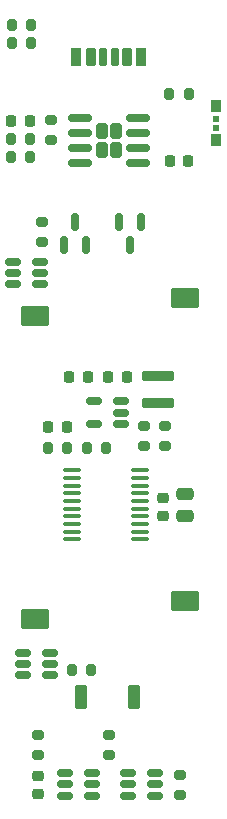
<source format=gbr>
%TF.GenerationSoftware,KiCad,Pcbnew,9.0.7*%
%TF.CreationDate,2026-02-15T22:37:45-05:00*%
%TF.ProjectId,Photon,50686f74-6f6e-42e6-9b69-6361645f7063,1.4*%
%TF.SameCoordinates,Original*%
%TF.FileFunction,Paste,Top*%
%TF.FilePolarity,Positive*%
%FSLAX46Y46*%
G04 Gerber Fmt 4.6, Leading zero omitted, Abs format (unit mm)*
G04 Created by KiCad (PCBNEW 9.0.7) date 2026-02-15 22:37:45*
%MOMM*%
%LPD*%
G01*
G04 APERTURE LIST*
G04 Aperture macros list*
%AMRoundRect*
0 Rectangle with rounded corners*
0 $1 Rounding radius*
0 $2 $3 $4 $5 $6 $7 $8 $9 X,Y pos of 4 corners*
0 Add a 4 corners polygon primitive as box body*
4,1,4,$2,$3,$4,$5,$6,$7,$8,$9,$2,$3,0*
0 Add four circle primitives for the rounded corners*
1,1,$1+$1,$2,$3*
1,1,$1+$1,$4,$5*
1,1,$1+$1,$6,$7*
1,1,$1+$1,$8,$9*
0 Add four rect primitives between the rounded corners*
20,1,$1+$1,$2,$3,$4,$5,0*
20,1,$1+$1,$4,$5,$6,$7,0*
20,1,$1+$1,$6,$7,$8,$9,0*
20,1,$1+$1,$8,$9,$2,$3,0*%
G04 Aperture macros list end*
%ADD10RoundRect,0.225000X0.225000X0.250000X-0.225000X0.250000X-0.225000X-0.250000X0.225000X-0.250000X0*%
%ADD11RoundRect,0.175000X0.175000X0.625000X-0.175000X0.625000X-0.175000X-0.625000X0.175000X-0.625000X0*%
%ADD12RoundRect,0.200000X0.200000X0.600000X-0.200000X0.600000X-0.200000X-0.600000X0.200000X-0.600000X0*%
%ADD13RoundRect,0.225000X0.225000X0.575000X-0.225000X0.575000X-0.225000X-0.575000X0.225000X-0.575000X0*%
%ADD14RoundRect,0.150000X0.512500X0.150000X-0.512500X0.150000X-0.512500X-0.150000X0.512500X-0.150000X0*%
%ADD15RoundRect,0.200000X-0.200000X-0.275000X0.200000X-0.275000X0.200000X0.275000X-0.200000X0.275000X0*%
%ADD16RoundRect,0.225000X-0.225000X-0.250000X0.225000X-0.250000X0.225000X0.250000X-0.225000X0.250000X0*%
%ADD17RoundRect,0.250000X-0.475000X0.250000X-0.475000X-0.250000X0.475000X-0.250000X0.475000X0.250000X0*%
%ADD18RoundRect,0.150000X-0.512500X-0.150000X0.512500X-0.150000X0.512500X0.150000X-0.512500X0.150000X0*%
%ADD19RoundRect,0.200000X0.200000X0.275000X-0.200000X0.275000X-0.200000X-0.275000X0.200000X-0.275000X0*%
%ADD20RoundRect,0.044000X-0.176000X0.221000X-0.176000X-0.221000X0.176000X-0.221000X0.176000X0.221000X0*%
%ADD21RoundRect,0.088000X-0.352000X0.412000X-0.352000X-0.412000X0.352000X-0.412000X0.352000X0.412000X0*%
%ADD22RoundRect,0.105000X-0.420000X-0.895000X0.420000X-0.895000X0.420000X0.895000X-0.420000X0.895000X0*%
%ADD23RoundRect,0.225000X0.250000X-0.225000X0.250000X0.225000X-0.250000X0.225000X-0.250000X-0.225000X0*%
%ADD24RoundRect,0.200000X-0.275000X0.200000X-0.275000X-0.200000X0.275000X-0.200000X0.275000X0.200000X0*%
%ADD25RoundRect,0.150000X-0.150000X0.587500X-0.150000X-0.587500X0.150000X-0.587500X0.150000X0.587500X0*%
%ADD26RoundRect,0.120000X1.230000X-0.280000X1.230000X0.280000X-1.230000X0.280000X-1.230000X-0.280000X0*%
%ADD27RoundRect,0.200000X0.275000X-0.200000X0.275000X0.200000X-0.275000X0.200000X-0.275000X-0.200000X0*%
%ADD28RoundRect,0.255000X0.945000X0.595000X-0.945000X0.595000X-0.945000X-0.595000X0.945000X-0.595000X0*%
%ADD29RoundRect,0.100000X0.637500X0.100000X-0.637500X0.100000X-0.637500X-0.100000X0.637500X-0.100000X0*%
%ADD30RoundRect,0.242500X-0.242500X-0.422500X0.242500X-0.422500X0.242500X0.422500X-0.242500X0.422500X0*%
%ADD31RoundRect,0.150000X-0.825000X-0.150000X0.825000X-0.150000X0.825000X0.150000X-0.825000X0.150000X0*%
%ADD32RoundRect,0.150000X0.150000X-0.587500X0.150000X0.587500X-0.150000X0.587500X-0.150000X-0.587500X0*%
G04 APERTURE END LIST*
D10*
%TO.C,C4*%
X47635000Y-56201000D03*
X46085000Y-56201000D03*
%TD*%
D11*
%TO.C,J1*%
X49933800Y-29028000D03*
D12*
X47913800Y-29028000D03*
D13*
X46683800Y-29028000D03*
D11*
X48933800Y-29028000D03*
D12*
X50953800Y-29028000D03*
D13*
X52183800Y-29028000D03*
%TD*%
D14*
%TO.C,U5*%
X53318500Y-91606000D03*
X53318500Y-90656000D03*
X53318500Y-89706000D03*
X51043500Y-89706000D03*
X51043500Y-90656000D03*
X51043500Y-91606000D03*
%TD*%
D10*
%TO.C,C6*%
X45857000Y-60392000D03*
X44307000Y-60392000D03*
%TD*%
D14*
%TO.C,U4*%
X47984500Y-91606000D03*
X47984500Y-90656000D03*
X47984500Y-89706000D03*
X45709500Y-89706000D03*
X45709500Y-90656000D03*
X45709500Y-91606000D03*
%TD*%
D15*
%TO.C,R10*%
X47559000Y-62170000D03*
X49209000Y-62170000D03*
%TD*%
D16*
%TO.C,C7*%
X49387000Y-56201000D03*
X50937000Y-56201000D03*
%TD*%
D17*
%TO.C,C1*%
X55900000Y-66050000D03*
X55900000Y-67950000D03*
%TD*%
D15*
%TO.C,R7*%
X41133000Y-37532000D03*
X42783000Y-37532000D03*
%TD*%
D18*
%TO.C,U6*%
X41342428Y-46424724D03*
X41342428Y-47374724D03*
X41342428Y-48324724D03*
X43617428Y-48324724D03*
X43617428Y-47374724D03*
X43617428Y-46424724D03*
%TD*%
D19*
%TO.C,R2*%
X42846000Y-27880000D03*
X41196000Y-27880000D03*
%TD*%
D20*
%TO.C,D1*%
X58531000Y-35070500D03*
X58531000Y-34290500D03*
D21*
X58531000Y-36125500D03*
X58531000Y-33225500D03*
%TD*%
D19*
%TO.C,R1*%
X42846000Y-26356000D03*
X41196000Y-26356000D03*
%TD*%
D15*
%TO.C,R15*%
X46276000Y-80966000D03*
X47926000Y-80966000D03*
%TD*%
D22*
%TO.C,SW1*%
X47101000Y-83252000D03*
X51546000Y-83252000D03*
%TD*%
D23*
%TO.C,C2*%
X54000000Y-67950000D03*
X54000000Y-66400000D03*
%TD*%
D24*
%TO.C,R4*%
X44561000Y-34405000D03*
X44561000Y-36055000D03*
%TD*%
D15*
%TO.C,R3*%
X54536400Y-32198000D03*
X56186400Y-32198000D03*
%TD*%
D25*
%TO.C,Q2*%
X52165800Y-43071500D03*
X50265800Y-43071500D03*
X51215800Y-44946500D03*
%TD*%
D18*
%TO.C,U7*%
X42172500Y-79489000D03*
X42172500Y-80439000D03*
X42172500Y-81389000D03*
X44447500Y-81389000D03*
X44447500Y-80439000D03*
X44447500Y-79489000D03*
%TD*%
D24*
%TO.C,R11*%
X43443400Y-86491000D03*
X43443400Y-88141000D03*
%TD*%
D19*
%TO.C,R8*%
X42783000Y-36008000D03*
X41133000Y-36008000D03*
%TD*%
D26*
%TO.C,L1*%
X53593386Y-58385400D03*
X53593386Y-56074000D03*
%TD*%
D27*
%TO.C,R5*%
X52435000Y-61979000D03*
X52435000Y-60329000D03*
%TD*%
%TO.C,R14*%
X55483000Y-91531800D03*
X55483000Y-89881800D03*
%TD*%
D28*
%TO.C,D2*%
X43164000Y-51021000D03*
X55864000Y-49497000D03*
%TD*%
D23*
%TO.C,C8*%
X43443400Y-91481800D03*
X43443400Y-89931800D03*
%TD*%
D24*
%TO.C,R6*%
X54213000Y-60329000D03*
X54213000Y-61979000D03*
%TD*%
D15*
%TO.C,R9*%
X44257000Y-62170000D03*
X45907000Y-62170000D03*
%TD*%
D24*
%TO.C,R13*%
X49433800Y-86491000D03*
X49433800Y-88141000D03*
%TD*%
D14*
%TO.C,U3*%
X50444500Y-60133000D03*
X50444500Y-59183000D03*
X50444500Y-58233000D03*
X48169500Y-58233000D03*
X48169500Y-60133000D03*
%TD*%
D29*
%TO.C,U1*%
X52075000Y-69900000D03*
X52075000Y-69250000D03*
X52075000Y-68600000D03*
X52075000Y-67950000D03*
X52075000Y-67300000D03*
X52075000Y-66650000D03*
X52075000Y-66000000D03*
X52075000Y-65350000D03*
X52075000Y-64700000D03*
X52075000Y-64050000D03*
X46350000Y-64050000D03*
X46350000Y-64700000D03*
X46350000Y-65350000D03*
X46350000Y-66000000D03*
X46350000Y-66650000D03*
X46350000Y-67300000D03*
X46350000Y-67950000D03*
X46350000Y-68600000D03*
X46350000Y-69250000D03*
X46350000Y-69900000D03*
%TD*%
D27*
%TO.C,R12*%
X43799000Y-44707000D03*
X43799000Y-43057000D03*
%TD*%
D30*
%TO.C,U2*%
X48833800Y-35331400D03*
X48833800Y-36981400D03*
X50033800Y-35331400D03*
X50033800Y-36981400D03*
D31*
X46958800Y-34251400D03*
X46958800Y-35521400D03*
X46958800Y-36791400D03*
X46958800Y-38061400D03*
X51908800Y-38061400D03*
X51908800Y-36791400D03*
X51908800Y-35521400D03*
X51908800Y-34251400D03*
%TD*%
D28*
%TO.C,D3*%
X43164000Y-76648000D03*
X55864000Y-75124000D03*
%TD*%
D10*
%TO.C,C5*%
X56156400Y-37871600D03*
X54606400Y-37871600D03*
%TD*%
D32*
%TO.C,Q1*%
X45643000Y-44946500D03*
X47543000Y-44946500D03*
X46593000Y-43071500D03*
%TD*%
D16*
%TO.C,C3*%
X41183000Y-34468000D03*
X42733000Y-34468000D03*
%TD*%
M02*

</source>
